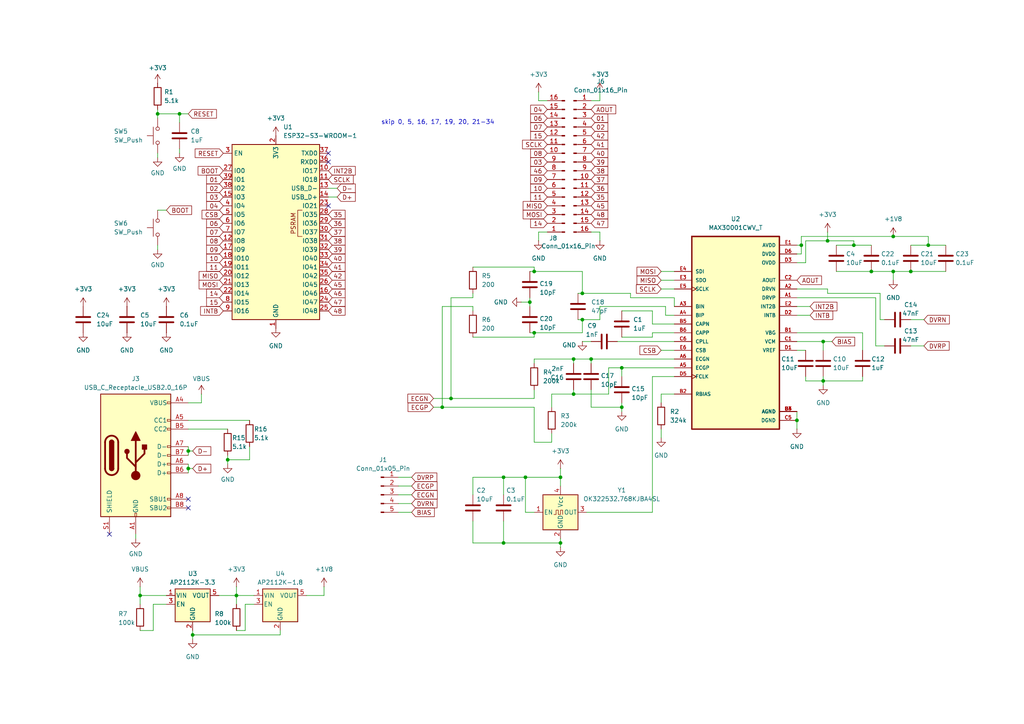
<source format=kicad_sch>
(kicad_sch (version 20250114) (generator "eeschema") (generator_version "9.0")
  (paper "A4")
  (text "skip 0, 5, 16, 17, 19, 20, 21-34" (at 127 35.56 0) (effects (font (size 1.27 1.27))))
  (junction (at 45.72 33.02))
  (junction (at 166.37 104.14))
  (junction (at 232.41 71.12))
  (junction (at 130.81 115.57))
  (junction (at 152.4 138.43))
  (junction (at 55.88 184.15))
  (junction (at 146.05 138.43))
  (junction (at 52.07 33.02))
  (junction (at 264.16 78.74))
  (junction (at 269.24 71.12))
  (junction (at 231.14 121.92))
  (junction (at 154.94 96.52))
  (junction (at 238.76 99.06))
  (junction (at 259.08 78.74))
  (junction (at 40.64 172.72))
  (junction (at 252.73 78.74))
  (junction (at 247.65 71.12))
  (junction (at 171.45 104.14))
  (junction (at 54.61 135.89))
  (junction (at 146.05 157.48))
  (junction (at 154.94 78.74))
  (junction (at 66.04 133.35))
  (junction (at 162.56 138.43))
  (junction (at 162.56 157.48))
  (junction (at 54.61 130.81))
  (junction (at 128.27 118.11))
  (junction (at 180.34 106.68))
  (junction (at 153.67 87.63))
  (junction (at 166.37 114.3))
  (junction (at 68.58 172.72))
  (junction (at 180.34 118.11))
  (junction (at 168.91 92.71))
  (junction (at 168.91 85.09))
  (junction (at 259.08 68.58))
  (junction (at 238.76 110.49))
  (junction (at 240.03 69.85))
  (no_connect (at 95.25 59.69))
  (no_connect (at 54.61 144.78))
  (no_connect (at 31.75 154.94))
  (no_connect (at 95.25 44.45))
  (no_connect (at 95.25 46.99))
  (no_connect (at 54.61 147.32))
  (wire (pts (xy 44.45 182.88) (xy 40.64 182.88)))
  (wire (pts (xy 54.61 130.81) (xy 55.88 130.81)))
  (wire (pts (xy 162.56 135.89) (xy 162.56 138.43)))
  (wire (pts (xy 45.72 60.96) (xy 48.26 60.96)))
  (wire (pts (xy 171.45 118.11) (xy 180.34 118.11)))
  (wire (pts (xy 231.14 119.38) (xy 231.14 121.92)))
  (wire (pts (xy 119.38 146.05) (xy 115.57 146.05)))
  (wire (pts (xy 154.94 118.11) (xy 128.27 118.11)))
  (wire (pts (xy 158.75 67.31) (xy 156.21 67.31)))
  (wire (pts (xy 232.41 68.58) (xy 259.08 68.58)))
  (wire (pts (xy 66.04 133.35) (xy 66.04 132.08)))
  (wire (pts (xy 189.23 109.22) (xy 195.58 109.22)))
  (wire (pts (xy 137.16 97.79) (xy 154.94 97.79)))
  (wire (pts (xy 173.99 92.71) (xy 168.91 92.71)))
  (wire (pts (xy 255.27 92.71) (xy 256.54 92.71)))
  (wire (pts (xy 193.04 91.44) (xy 193.04 88.9)))
  (wire (pts (xy 146.05 138.43) (xy 152.4 138.43)))
  (wire (pts (xy 68.58 182.88) (xy 71.12 182.88)))
  (wire (pts (xy 162.56 138.43) (xy 162.56 140.97)))
  (wire (pts (xy 119.38 138.43) (xy 115.57 138.43)))
  (wire (pts (xy 160.02 114.3) (xy 166.37 114.3)))
  (wire (pts (xy 191.77 83.82) (xy 195.58 83.82)))
  (wire (pts (xy 156.21 67.31) (xy 156.21 69.85)))
  (wire (pts (xy 167.64 85.09) (xy 168.91 85.09)))
  (wire (pts (xy 238.76 99.06) (xy 241.3 99.06)))
  (wire (pts (xy 191.77 116.84) (xy 191.77 114.3)))
  (wire (pts (xy 154.94 104.14) (xy 166.37 104.14)))
  (wire (pts (xy 45.72 72.39) (xy 45.72 71.12)))
  (wire (pts (xy 171.45 105.41) (xy 171.45 104.14)))
  (wire (pts (xy 63.5 172.72) (xy 68.58 172.72)))
  (wire (pts (xy 242.57 78.74) (xy 252.73 78.74)))
  (wire (pts (xy 45.72 33.02) (xy 52.07 33.02)))
  (wire (pts (xy 269.24 71.12) (xy 274.32 71.12)))
  (wire (pts (xy 191.77 124.46) (xy 191.77 127)))
  (wire (pts (xy 195.58 91.44) (xy 193.04 91.44)))
  (wire (pts (xy 137.16 138.43) (xy 146.05 138.43)))
  (wire (pts (xy 137.16 157.48) (xy 146.05 157.48)))
  (wire (pts (xy 156.21 26.67) (xy 156.21 29.21)))
  (wire (pts (xy 40.64 172.72) (xy 48.26 172.72)))
  (wire (pts (xy 58.42 114.3) (xy 58.42 116.84)))
  (wire (pts (xy 233.68 69.85) (xy 240.03 69.85)))
  (wire (pts (xy 45.72 45.72) (xy 45.72 44.45)))
  (wire (pts (xy 168.91 96.52) (xy 168.91 92.71)))
  (wire (pts (xy 264.16 92.71) (xy 267.97 92.71)))
  (wire (pts (xy 166.37 104.14) (xy 166.37 105.41)))
  (wire (pts (xy 264.16 100.33) (xy 267.97 100.33)))
  (wire (pts (xy 238.76 110.49) (xy 238.76 111.76)))
  (wire (pts (xy 250.19 110.49) (xy 238.76 110.49)))
  (wire (pts (xy 153.67 86.36) (xy 153.67 87.63)))
  (wire (pts (xy 162.56 157.48) (xy 162.56 158.75)))
  (wire (pts (xy 154.94 78.74) (xy 168.91 78.74)))
  (wire (pts (xy 128.27 88.9) (xy 128.27 118.11)))
  (wire (pts (xy 40.64 170.18) (xy 40.64 172.72)))
  (wire (pts (xy 54.61 134.62) (xy 54.61 135.89)))
  (wire (pts (xy 162.56 156.21) (xy 162.56 157.48)))
  (wire (pts (xy 168.91 85.09) (xy 182.88 85.09)))
  (wire (pts (xy 39.37 156.21) (xy 39.37 154.94)))
  (wire (pts (xy 240.03 85.09) (xy 255.27 85.09)))
  (wire (pts (xy 48.26 175.26) (xy 44.45 175.26)))
  (wire (pts (xy 269.24 68.58) (xy 269.24 71.12)))
  (wire (pts (xy 231.14 101.6) (xy 233.68 101.6)))
  (wire (pts (xy 130.81 86.36) (xy 130.81 115.57)))
  (wire (pts (xy 158.75 29.21) (xy 156.21 29.21)))
  (wire (pts (xy 233.68 109.22) (xy 233.68 110.49)))
  (wire (pts (xy 166.37 104.14) (xy 171.45 104.14)))
  (wire (pts (xy 189.23 93.98) (xy 189.23 90.17)))
  (wire (pts (xy 137.16 151.13) (xy 137.16 157.48)))
  (wire (pts (xy 54.61 135.89) (xy 55.88 135.89)))
  (wire (pts (xy 153.67 78.74) (xy 154.94 78.74)))
  (wire (pts (xy 119.38 148.59) (xy 115.57 148.59)))
  (wire (pts (xy 252.73 78.74) (xy 259.08 78.74)))
  (wire (pts (xy 119.38 143.51) (xy 115.57 143.51)))
  (wire (pts (xy 137.16 88.9) (xy 137.16 90.17)))
  (wire (pts (xy 154.94 148.59) (xy 152.4 148.59)))
  (wire (pts (xy 168.91 99.06) (xy 171.45 99.06)))
  (wire (pts (xy 137.16 86.36) (xy 137.16 85.09)))
  (wire (pts (xy 264.16 78.74) (xy 274.32 78.74)))
  (wire (pts (xy 151.13 87.63) (xy 153.67 87.63)))
  (wire (pts (xy 254 86.36) (xy 254 100.33)))
  (wire (pts (xy 231.14 91.44) (xy 234.95 91.44)))
  (wire (pts (xy 45.72 31.75) (xy 45.72 33.02)))
  (wire (pts (xy 160.02 128.27) (xy 160.02 125.73)))
  (wire (pts (xy 68.58 172.72) (xy 73.66 172.72)))
  (wire (pts (xy 152.4 138.43) (xy 162.56 138.43)))
  (wire (pts (xy 154.94 115.57) (xy 154.94 113.03)))
  (wire (pts (xy 232.41 71.12) (xy 231.14 71.12)))
  (wire (pts (xy 52.07 44.45) (xy 52.07 43.18)))
  (wire (pts (xy 173.99 67.31) (xy 173.99 69.85)))
  (wire (pts (xy 264.16 71.12) (xy 269.24 71.12)))
  (wire (pts (xy 130.81 115.57) (xy 154.94 115.57)))
  (wire (pts (xy 168.91 92.71) (xy 167.64 92.71)))
  (wire (pts (xy 170.18 148.59) (xy 189.23 148.59)))
  (wire (pts (xy 240.03 69.85) (xy 247.65 69.85)))
  (wire (pts (xy 130.81 86.36) (xy 137.16 86.36)))
  (wire (pts (xy 189.23 96.52) (xy 189.23 97.79)))
  (wire (pts (xy 40.64 175.26) (xy 40.64 172.72)))
  (wire (pts (xy 250.19 96.52) (xy 250.19 101.6)))
  (wire (pts (xy 128.27 118.11) (xy 125.73 118.11)))
  (wire (pts (xy 52.07 33.02) (xy 52.07 35.56)))
  (wire (pts (xy 176.53 114.3) (xy 176.53 106.68)))
  (wire (pts (xy 137.16 143.51) (xy 137.16 138.43)))
  (wire (pts (xy 191.77 81.28) (xy 195.58 81.28)))
  (wire (pts (xy 154.94 128.27) (xy 154.94 118.11)))
  (wire (pts (xy 154.94 128.27) (xy 160.02 128.27)))
  (wire (pts (xy 259.08 81.28) (xy 259.08 78.74)))
  (wire (pts (xy 180.34 118.11) (xy 180.34 119.38)))
  (wire (pts (xy 72.39 133.35) (xy 66.04 133.35)))
  (wire (pts (xy 52.07 33.02) (xy 54.61 33.02)))
  (wire (pts (xy 231.14 76.2) (xy 233.68 76.2)))
  (wire (pts (xy 166.37 113.03) (xy 166.37 114.3)))
  (wire (pts (xy 250.19 109.22) (xy 250.19 110.49)))
  (wire (pts (xy 153.67 96.52) (xy 154.94 96.52)))
  (wire (pts (xy 180.34 116.84) (xy 180.34 118.11)))
  (wire (pts (xy 54.61 135.89) (xy 54.61 137.16)))
  (wire (pts (xy 233.68 76.2) (xy 233.68 69.85)))
  (wire (pts (xy 238.76 109.22) (xy 238.76 110.49)))
  (wire (pts (xy 137.16 77.47) (xy 154.94 77.47)))
  (wire (pts (xy 182.88 86.36) (xy 195.58 86.36)))
  (wire (pts (xy 191.77 114.3) (xy 195.58 114.3)))
  (wire (pts (xy 95.25 54.61) (xy 97.79 54.61)))
  (wire (pts (xy 232.41 73.66) (xy 232.41 71.12)))
  (wire (pts (xy 182.88 85.09) (xy 182.88 86.36)))
  (wire (pts (xy 68.58 170.18) (xy 68.58 172.72)))
  (wire (pts (xy 231.14 96.52) (xy 250.19 96.52)))
  (wire (pts (xy 119.38 140.97) (xy 115.57 140.97)))
  (wire (pts (xy 232.41 68.58) (xy 232.41 71.12)))
  (wire (pts (xy 231.14 83.82) (xy 240.03 83.82)))
  (wire (pts (xy 146.05 157.48) (xy 162.56 157.48)))
  (wire (pts (xy 154.94 105.41) (xy 154.94 104.14)))
  (wire (pts (xy 81.28 182.88) (xy 81.28 184.15)))
  (wire (pts (xy 231.14 99.06) (xy 238.76 99.06)))
  (wire (pts (xy 193.04 88.9) (xy 173.99 88.9)))
  (wire (pts (xy 242.57 71.12) (xy 247.65 71.12)))
  (wire (pts (xy 189.23 97.79) (xy 180.34 97.79)))
  (wire (pts (xy 189.23 148.59) (xy 189.23 109.22)))
  (wire (pts (xy 247.65 71.12) (xy 252.73 71.12)))
  (wire (pts (xy 154.94 77.47) (xy 154.94 78.74)))
  (wire (pts (xy 125.73 115.57) (xy 130.81 115.57)))
  (wire (pts (xy 55.88 182.88) (xy 55.88 184.15)))
  (wire (pts (xy 153.67 87.63) (xy 153.67 88.9)))
  (wire (pts (xy 55.88 184.15) (xy 55.88 185.42)))
  (wire (pts (xy 180.34 106.68) (xy 180.34 109.22)))
  (wire (pts (xy 88.9 172.72) (xy 93.98 172.72)))
  (wire (pts (xy 93.98 170.18) (xy 93.98 172.72)))
  (wire (pts (xy 259.08 78.74) (xy 264.16 78.74)))
  (wire (pts (xy 81.28 184.15) (xy 55.88 184.15)))
  (wire (pts (xy 240.03 83.82) (xy 240.03 85.09)))
  (wire (pts (xy 171.45 29.21) (xy 173.99 29.21)))
  (wire (pts (xy 152.4 148.59) (xy 152.4 138.43)))
  (wire (pts (xy 166.37 114.3) (xy 176.53 114.3)))
  (wire (pts (xy 231.14 86.36) (xy 254 86.36)))
  (wire (pts (xy 95.25 57.15) (xy 97.79 57.15)))
  (wire (pts (xy 66.04 134.62) (xy 66.04 133.35)))
  (wire (pts (xy 171.45 104.14) (xy 195.58 104.14)))
  (wire (pts (xy 240.03 67.31) (xy 240.03 69.85)))
  (wire (pts (xy 254 100.33) (xy 256.54 100.33)))
  (wire (pts (xy 146.05 143.51) (xy 146.05 138.43)))
  (wire (pts (xy 176.53 106.68) (xy 180.34 106.68)))
  (wire (pts (xy 195.58 96.52) (xy 189.23 96.52)))
  (wire (pts (xy 160.02 114.3) (xy 160.02 118.11)))
  (wire (pts (xy 195.58 93.98) (xy 189.23 93.98)))
  (wire (pts (xy 45.72 34.29) (xy 45.72 33.02)))
  (wire (pts (xy 231.14 88.9) (xy 234.95 88.9)))
  (wire (pts (xy 247.65 69.85) (xy 247.65 71.12)))
  (wire (pts (xy 259.08 68.58) (xy 269.24 68.58)))
  (wire (pts (xy 72.39 129.54) (xy 72.39 133.35)))
  (wire (pts (xy 54.61 124.46) (xy 66.04 124.46)))
  (wire (pts (xy 171.45 113.03) (xy 171.45 118.11)))
  (wire (pts (xy 179.07 99.06) (xy 195.58 99.06)))
  (wire (pts (xy 173.99 26.67) (xy 173.99 29.21)))
  (wire (pts (xy 54.61 129.54) (xy 54.61 130.81)))
  (wire (pts (xy 233.68 110.49) (xy 238.76 110.49)))
  (wire (pts (xy 71.12 175.26) (xy 73.66 175.26)))
  (wire (pts (xy 44.45 175.26) (xy 44.45 182.88)))
  (wire (pts (xy 255.27 85.09) (xy 255.27 92.71)))
  (wire (pts (xy 68.58 172.72) (xy 68.58 175.26)))
  (wire (pts (xy 189.23 90.17) (xy 180.34 90.17)))
  (wire (pts (xy 146.05 151.13) (xy 146.05 157.48)))
  (wire (pts (xy 168.91 78.74) (xy 168.91 85.09)))
  (wire (pts (xy 173.99 88.9) (xy 173.99 92.71)))
  (wire (pts (xy 71.12 182.88) (xy 71.12 175.26)))
  (wire (pts (xy 154.94 97.79) (xy 154.94 96.52)))
  (wire (pts (xy 231.14 121.92) (xy 231.14 124.46)))
  (wire (pts (xy 238.76 99.06) (xy 238.76 101.6)))
  (wire (pts (xy 54.61 121.92) (xy 72.39 121.92)))
  (wire (pts (xy 154.94 96.52) (xy 168.91 96.52)))
  (wire (pts (xy 195.58 86.36) (xy 195.58 88.9)))
  (wire (pts (xy 58.42 116.84) (xy 54.61 116.84)))
  (wire (pts (xy 231.14 73.66) (xy 232.41 73.66)))
  (wire (pts (xy 191.77 101.6) (xy 195.58 101.6)))
  (wire (pts (xy 191.77 78.74) (xy 195.58 78.74)))
  (wire (pts (xy 54.61 130.81) (xy 54.61 132.08)))
  (wire (pts (xy 171.45 67.31) (xy 173.99 67.31)))
  (wire (pts (xy 180.34 106.68) (xy 195.58 106.68)))
  (wire (pts (xy 128.27 88.9) (xy 137.16 88.9)))
  (global_label "D-" (shape input) (at 55.88 130.81 0) (property "Intersheetrefs" "${INTERSHEET_REFS}" (effects (hide yes))))
  (global_label "09" (shape input) (at 158.75 52.07 180) (property "Intersheetrefs" "${INTERSHEET_REFS}" (effects (hide yes))))
  (global_label "36" (shape input) (at 171.45 54.61 0) (property "Intersheetrefs" "${INTERSHEET_REFS}" (effects (hide yes))))
  (global_label "08" (shape input) (at 64.77 69.85 180) (property "Intersheetrefs" "${INTERSHEET_REFS}" (effects (hide yes))))
  (global_label "ECGP" (shape input) (at 125.73 118.11 180) (property "Intersheetrefs" "${INTERSHEET_REFS}" (effects (hide yes))))
  (global_label "INT2B" (shape input) (at 95.25 49.53 0) (property "Intersheetrefs" "${INTERSHEET_REFS}" (effects (hide yes))))
  (global_label "RESET" (shape input) (at 64.77 44.45 180) (property "Intersheetrefs" "${INTERSHEET_REFS}" (effects (hide yes))))
  (global_label "AOUT" (shape input) (at 231.14 81.28 0) (property "Intersheetrefs" "${INTERSHEET_REFS}" (effects (hide yes))))
  (global_label "04" (shape input) (at 64.77 59.69 180) (property "Intersheetrefs" "${INTERSHEET_REFS}" (effects (hide yes))))
  (global_label "DVRP" (shape input) (at 119.38 138.43 0) (property "Intersheetrefs" "${INTERSHEET_REFS}" (effects (hide yes))))
  (global_label "MISO" (shape input) (at 191.77 81.28 180) (property "Intersheetrefs" "${INTERSHEET_REFS}" (effects (hide yes))))
  (global_label "37" (shape input) (at 171.45 52.07 0) (property "Intersheetrefs" "${INTERSHEET_REFS}" (effects (hide yes))))
  (global_label "35" (shape input) (at 171.45 57.15 0) (property "Intersheetrefs" "${INTERSHEET_REFS}" (effects (hide yes))))
  (global_label "39" (shape input) (at 171.45 46.99 0) (property "Intersheetrefs" "${INTERSHEET_REFS}" (effects (hide yes))))
  (global_label "MOSI" (shape input) (at 158.75 62.23 180) (property "Intersheetrefs" "${INTERSHEET_REFS}" (effects (hide yes))))
  (global_label "ECGP" (shape input) (at 119.38 140.97 0) (property "Intersheetrefs" "${INTERSHEET_REFS}" (effects (hide yes))))
  (global_label "15" (shape input) (at 158.75 39.37 180) (property "Intersheetrefs" "${INTERSHEET_REFS}" (effects (hide yes))))
  (global_label "BOOT" (shape input) (at 48.26 60.96 0) (property "Intersheetrefs" "${INTERSHEET_REFS}" (effects (hide yes))))
  (global_label "36" (shape input) (at 95.25 64.77 0) (property "Intersheetrefs" "${INTERSHEET_REFS}" (effects (hide yes))))
  (global_label "10" (shape input) (at 64.77 74.93 180) (property "Intersheetrefs" "${INTERSHEET_REFS}" (effects (hide yes))))
  (global_label "INTB" (shape input) (at 64.77 90.17 180) (property "Intersheetrefs" "${INTERSHEET_REFS}" (effects (hide yes))))
  (global_label "D+" (shape input) (at 55.88 135.89 0) (property "Intersheetrefs" "${INTERSHEET_REFS}" (effects (hide yes))))
  (global_label "11" (shape input) (at 158.75 57.15 180) (property "Intersheetrefs" "${INTERSHEET_REFS}" (effects (hide yes))))
  (global_label "37" (shape input) (at 95.25 67.31 0) (property "Intersheetrefs" "${INTERSHEET_REFS}" (effects (hide yes))))
  (global_label "02" (shape input) (at 171.45 36.83 0) (property "Intersheetrefs" "${INTERSHEET_REFS}" (effects (hide yes))))
  (global_label "02" (shape input) (at 64.77 54.61 180) (property "Intersheetrefs" "${INTERSHEET_REFS}" (effects (hide yes))))
  (global_label "41" (shape input) (at 171.45 41.91 0) (property "Intersheetrefs" "${INTERSHEET_REFS}" (effects (hide yes))))
  (global_label "40" (shape input) (at 171.45 44.45 0) (property "Intersheetrefs" "${INTERSHEET_REFS}" (effects (hide yes))))
  (global_label "42" (shape input) (at 95.25 80.01 0) (property "Intersheetrefs" "${INTERSHEET_REFS}" (effects (hide yes))))
  (global_label "MOSI" (shape input) (at 191.77 78.74 180) (property "Intersheetrefs" "${INTERSHEET_REFS}" (effects (hide yes))))
  (global_label "38" (shape input) (at 171.45 49.53 0) (property "Intersheetrefs" "${INTERSHEET_REFS}" (effects (hide yes))))
  (global_label "45" (shape input) (at 171.45 59.69 0) (property "Intersheetrefs" "${INTERSHEET_REFS}" (effects (hide yes))))
  (global_label "48" (shape input) (at 171.45 62.23 0) (property "Intersheetrefs" "${INTERSHEET_REFS}" (effects (hide yes))))
  (global_label "46" (shape input) (at 158.75 49.53 180) (property "Intersheetrefs" "${INTERSHEET_REFS}" (effects (hide yes))))
  (global_label "42" (shape input) (at 171.45 39.37 0) (property "Intersheetrefs" "${INTERSHEET_REFS}" (effects (hide yes))))
  (global_label "DVRP" (shape input) (at 267.97 100.33 0) (property "Intersheetrefs" "${INTERSHEET_REFS}" (effects (hide yes))))
  (global_label "RESET" (shape input) (at 54.61 33.02 0) (property "Intersheetrefs" "${INTERSHEET_REFS}" (effects (hide yes))))
  (global_label "ECGN" (shape input) (at 125.73 115.57 180) (property "Intersheetrefs" "${INTERSHEET_REFS}" (effects (hide yes))))
  (global_label "INTB" (shape input) (at 234.95 91.44 0) (property "Intersheetrefs" "${INTERSHEET_REFS}" (effects (hide yes))))
  (global_label "39" (shape input) (at 95.25 72.39 0) (property "Intersheetrefs" "${INTERSHEET_REFS}" (effects (hide yes))))
  (global_label "BIAS" (shape input) (at 119.38 148.59 0) (property "Intersheetrefs" "${INTERSHEET_REFS}" (effects (hide yes))))
  (global_label "SCLK" (shape input) (at 191.77 83.82 180) (property "Intersheetrefs" "${INTERSHEET_REFS}" (effects (hide yes))))
  (global_label "14" (shape input) (at 158.75 64.77 180) (property "Intersheetrefs" "${INTERSHEET_REFS}" (effects (hide yes))))
  (global_label "03" (shape input) (at 64.77 57.15 180) (property "Intersheetrefs" "${INTERSHEET_REFS}" (effects (hide yes))))
  (global_label "SCLK" (shape input) (at 158.75 41.91 180) (property "Intersheetrefs" "${INTERSHEET_REFS}" (effects (hide yes))))
  (global_label "06" (shape input) (at 158.75 34.29 180) (property "Intersheetrefs" "${INTERSHEET_REFS}" (effects (hide yes))))
  (global_label "ECGN" (shape input) (at 119.38 143.51 0) (property "Intersheetrefs" "${INTERSHEET_REFS}" (effects (hide yes))))
  (global_label "01" (shape input) (at 171.45 34.29 0) (property "Intersheetrefs" "${INTERSHEET_REFS}" (effects (hide yes))))
  (global_label "INT2B" (shape input) (at 234.95 88.9 0) (property "Intersheetrefs" "${INTERSHEET_REFS}" (effects (hide yes))))
  (global_label "03" (shape input) (at 158.75 46.99 180) (property "Intersheetrefs" "${INTERSHEET_REFS}" (effects (hide yes))))
  (global_label "07" (shape input) (at 64.77 67.31 180) (property "Intersheetrefs" "${INTERSHEET_REFS}" (effects (hide yes))))
  (global_label "14" (shape input) (at 64.77 85.09 180) (property "Intersheetrefs" "${INTERSHEET_REFS}" (effects (hide yes))))
  (global_label "40" (shape input) (at 95.25 74.93 0) (property "Intersheetrefs" "${INTERSHEET_REFS}" (effects (hide yes))))
  (global_label "01" (shape input) (at 64.77 52.07 180) (property "Intersheetrefs" "${INTERSHEET_REFS}" (effects (hide yes))))
  (global_label "06" (shape input) (at 64.77 64.77 180) (property "Intersheetrefs" "${INTERSHEET_REFS}" (effects (hide yes))))
  (global_label "15" (shape input) (at 64.77 87.63 180) (property "Intersheetrefs" "${INTERSHEET_REFS}" (effects (hide yes))))
  (global_label "MOSI" (shape input) (at 64.77 82.55 180) (property "Intersheetrefs" "${INTERSHEET_REFS}" (effects (hide yes))))
  (global_label "DVRN" (shape input) (at 267.97 92.71 0) (property "Intersheetrefs" "${INTERSHEET_REFS}" (effects (hide yes))))
  (global_label "11" (shape input) (at 64.77 77.47 180) (property "Intersheetrefs" "${INTERSHEET_REFS}" (effects (hide yes))))
  (global_label "46" (shape input) (at 95.25 85.09 0) (property "Intersheetrefs" "${INTERSHEET_REFS}" (effects (hide yes))))
  (global_label "45" (shape input) (at 95.25 82.55 0) (property "Intersheetrefs" "${INTERSHEET_REFS}" (effects (hide yes))))
  (global_label "SCLK" (shape input) (at 95.25 52.07 0) (property "Intersheetrefs" "${INTERSHEET_REFS}" (effects (hide yes))))
  (global_label "MISO" (shape input) (at 64.77 80.01 180) (property "Intersheetrefs" "${INTERSHEET_REFS}" (effects (hide yes))))
  (global_label "48" (shape input) (at 95.25 90.17 0) (property "Intersheetrefs" "${INTERSHEET_REFS}" (effects (hide yes))))
  (global_label "10" (shape input) (at 158.75 54.61 180) (property "Intersheetrefs" "${INTERSHEET_REFS}" (effects (hide yes))))
  (global_label "D+" (shape input) (at 97.79 57.15 0) (property "Intersheetrefs" "${INTERSHEET_REFS}" (effects (hide yes))))
  (global_label "BOOT" (shape input) (at 64.77 49.53 180) (property "Intersheetrefs" "${INTERSHEET_REFS}" (effects (hide yes))))
  (global_label "09" (shape input) (at 64.77 72.39 180) (property "Intersheetrefs" "${INTERSHEET_REFS}" (effects (hide yes))))
  (global_label "07" (shape input) (at 158.75 36.83 180) (property "Intersheetrefs" "${INTERSHEET_REFS}" (effects (hide yes))))
  (global_label "MISO" (shape input) (at 158.75 59.69 180) (property "Intersheetrefs" "${INTERSHEET_REFS}" (effects (hide yes))))
  (global_label "41" (shape input) (at 95.25 77.47 0) (property "Intersheetrefs" "${INTERSHEET_REFS}" (effects (hide yes))))
  (global_label "DVRN" (shape input) (at 119.38 146.05 0) (property "Intersheetrefs" "${INTERSHEET_REFS}" (effects (hide yes))))
  (global_label "38" (shape input) (at 95.25 69.85 0) (property "Intersheetrefs" "${INTERSHEET_REFS}" (effects (hide yes))))
  (global_label "47" (shape input) (at 95.25 87.63 0) (property "Intersheetrefs" "${INTERSHEET_REFS}" (effects (hide yes))))
  (global_label "D-" (shape input) (at 97.79 54.61 0) (property "Intersheetrefs" "${INTERSHEET_REFS}" (effects (hide yes))))
  (global_label "47" (shape input) (at 171.45 64.77 0) (property "Intersheetrefs" "${INTERSHEET_REFS}" (effects (hide yes))))
  (global_label "AOUT" (shape input) (at 171.45 31.75 0) (property "Intersheetrefs" "${INTERSHEET_REFS}" (effects (hide yes))))
  (global_label "BIAS" (shape input) (at 241.3 99.06 0) (property "Intersheetrefs" "${INTERSHEET_REFS}" (effects (hide yes))))
  (global_label "CSB" (shape input) (at 64.77 62.23 180) (property "Intersheetrefs" "${INTERSHEET_REFS}" (effects (hide yes))))
  (global_label "CSB" (shape input) (at 191.77 101.6 180) (property "Intersheetrefs" "${INTERSHEET_REFS}" (effects (hide yes))))
  (global_label "04" (shape input) (at 158.75 31.75 180) (property "Intersheetrefs" "${INTERSHEET_REFS}" (effects (hide yes))))
  (global_label "35" (shape input) (at 95.25 62.23 0) (property "Intersheetrefs" "${INTERSHEET_REFS}" (effects (hide yes))))
  (global_label "08" (shape input) (at 158.75 44.45 180) (property "Intersheetrefs" "${INTERSHEET_REFS}" (effects (hide yes))))
  (symbol (lib_id "Device:C") (at 260.35 100.33 90) (unit 1)
    (property "Reference" "C13" (at 264.16 96.012 90))
    (property "Value" "47nF" (at 264.16 98.552 90))
    (property "Footprint" "Capacitor_SMD:C_0805_2012Metric" (effects (hide yes)))
    (property "Description" "Unpolarized capacitor" (effects (hide yes)))
  )
  (symbol (lib_id "Device:C") (at 175.26 99.06 90) (unit 1)
    (property "Reference" "C9" (at 171.704 94.488 90))
    (property "Value" "1nF" (at 171.704 97.028 90))
    (property "Footprint" "Capacitor_SMD:C_0805_2012Metric" (effects (hide yes)))
    (property "Description" "Unpolarized capacitor" (effects (hide yes)))
  )
  (symbol (lib_id "Device:C") (at 146.05 147.32 0) (unit 1)
    (property "Reference" "C3" (at 146.812 142.24 0) (effects (justify left)))
    (property "Value" "0.1uF" (at 146.812 144.78 0) (effects (justify left)))
    (property "Footprint" "Capacitor_SMD:C_0805_2012Metric" (effects (hide yes)))
    (property "Description" "Unpolarized capacitor" (effects (hide yes)))
  )
  (symbol (lib_id "Connector:Conn_01x05_Pin") (at 110.49 143.51 0) (unit 1)
    (property "Reference" "J1" (at 111.125 133.35 0))
    (property "Value" "Conn_01x05_Pin" (at 111.125 135.89 0))
    (property "Footprint" "Connector_PinHeader_2.54mm:PinHeader_1x05_P2.54mm_Vertical" (effects (hide yes)))
    (property "Description" "Generic connector, single row, 01x05, script generated" (effects (hide yes)))
  )
  (symbol (lib_id "power:+3V3") (at 156.21 26.67 0) (unit 1)
    (property "Reference" "#PWR031" (effects (hide yes)))
    (property "Value" "+3V3" (at 156.21 21.59 0))
    (property "Description" "Power symbol creates a global label with name \"+3V3\"" (effects (hide yes)))
  )
  (symbol (lib_id "Device:C") (at 250.19 105.41 0) (unit 1)
    (property "Reference" "C12" (at 252.73 104.14 0) (effects (justify left)))
    (property "Value" "1uF" (at 252.73 106.68 0) (effects (justify left)))
    (property "Footprint" "Capacitor_SMD:C_0805_2012Metric" (effects (hide yes)))
    (property "Description" "Unpolarized capacitor" (effects (hide yes)))
  )
  (symbol (lib_name "GND_13") (lib_id "power:GND") (at 156.21 69.85 0) (unit 1)
    (property "Reference" "#PWR033" (effects (hide yes)))
    (property "Value" "GND" (at 156.21 74.93 0))
    (property "Description" "Power symbol creates a global label with name \"GND\" , ground" (effects (hide yes)))
  )
  (symbol (lib_id "Device:C") (at 264.16 74.93 0) (unit 1)
    (property "Reference" "C21" (at 266.954 73.66 0) (effects (justify left)))
    (property "Value" "10uF" (at 266.954 76.2 0) (effects (justify left)))
    (property "Footprint" "Capacitor_SMD:C_0805_2012Metric" (effects (hide yes)))
    (property "Description" "Unpolarized capacitor" (effects (hide yes)))
  )
  (symbol (lib_id "Device:C") (at 233.68 105.41 0) (unit 1)
    (property "Reference" "C11" (at 226.568 104.14 0) (effects (justify left)))
    (property "Value" "10uF" (at 226.568 106.68 0) (effects (justify left)))
    (property "Footprint" "Capacitor_SMD:C_0805_2012Metric" (effects (hide yes)))
    (property "Description" "Unpolarized capacitor" (effects (hide yes)))
  )
  (symbol (lib_name "GND_4") (lib_id "power:GND") (at 231.14 124.46 0) (unit 1)
    (property "Reference" "#PWR07" (effects (hide yes)))
    (property "Value" "GND" (at 231.14 129.54 0))
    (property "Description" "Power symbol creates a global label with name \"GND\" , ground" (effects (hide yes)))
  )
  (symbol (lib_name "GND_8") (lib_id "power:GND") (at 191.77 127 0) (unit 1)
    (property "Reference" "#PWR08" (effects (hide yes)))
    (property "Value" "GND" (at 191.77 132.08 0))
    (property "Description" "Power symbol creates a global label with name \"GND\" , ground" (effects (hide yes)))
  )
  (symbol (lib_name "GND_9") (lib_id "power:GND") (at 238.76 111.76 0) (unit 1)
    (property "Reference" "#PWR09" (effects (hide yes)))
    (property "Value" "GND" (at 238.76 116.84 0))
    (property "Description" "Power symbol creates a global label with name \"GND\" , ground" (effects (hide yes)))
  )
  (symbol (lib_id "Device:R") (at 137.16 93.98 0) (unit 1)
    (property "Reference" "R6" (at 139.7 92.7099 0) (effects (justify left)))
    (property "Value" "200" (at 139.7 95.2499 0) (effects (justify left)))
    (property "Footprint" "Resistor_SMD:R_0805_2012Metric" (effects (hide yes)))
    (property "Description" "Resistor" (effects (hide yes)))
  )
  (symbol (lib_id "Device:C") (at 252.73 74.93 0) (unit 1)
    (property "Reference" "C22" (at 255.524 73.66 0) (effects (justify left)))
    (property "Value" "0.1uF" (at 255.524 76.2 0) (effects (justify left)))
    (property "Footprint" "Capacitor_SMD:C_0805_2012Metric" (effects (hide yes)))
    (property "Description" "Unpolarized capacitor" (effects (hide yes)))
  )
  (symbol (lib_id "power:+3V3") (at 36.83 88.9 0) (unit 1)
    (property "Reference" "#PWR018" (effects (hide yes)))
    (property "Value" "+3V3" (at 36.83 83.82 0))
    (property "Description" "Power symbol creates a global label with name \"+3V3\"" (effects (hide yes)))
  )
  (symbol (lib_id "Device:R") (at 160.02 121.92 0) (unit 1)
    (property "Reference" "R3" (at 162.56 120.6499 0) (effects (justify left)))
    (property "Value" "200k" (at 162.56 123.1899 0) (effects (justify left)))
    (property "Footprint" "Resistor_SMD:R_0805_2012Metric" (effects (hide yes)))
    (property "Description" "Resistor" (effects (hide yes)))
  )
  (symbol (lib_id "Device:R") (at 45.72 27.94 0) (unit 1)
    (property "Reference" "R1" (at 47.625 26.67 0) (effects (justify left)))
    (property "Value" "5.1k" (at 47.625 29.21 0) (effects (justify left)))
    (property "Footprint" "Resistor_SMD:R_0805_2012Metric" (effects (hide yes)))
  )
  (symbol (lib_id "Device:C") (at 242.57 74.93 0) (unit 1)
    (property "Reference" "C4" (at 245.364 73.66 0) (effects (justify left)))
    (property "Value" "10uF" (at 245.364 76.2 0) (effects (justify left)))
    (property "Footprint" "Capacitor_SMD:C_0805_2012Metric" (effects (hide yes)))
    (property "Description" "Unpolarized capacitor" (effects (hide yes)))
  )
  (symbol (lib_id "Regulator_Linear:AP2112K-3.3") (at 55.88 175.26 0) (unit 1)
    (property "Reference" "U3" (at 55.88 166.37 0))
    (property "Value" "AP2112K-3.3" (at 55.88 168.91 0))
    (property "Footprint" "Package_TO_SOT_SMD:SOT-23-5" (effects (hide yes)))
    (property "Datasheet" "https://www.diodes.com/assets/Datasheets/AP2112.pdf" (effects (hide yes)))
    (property "Description" "600mA low dropout linear regulator, with enable pin, 3.8V-6V input voltage range, 3.3V fixed positive output, SOT-23-5" (effects (hide yes)))
  )
  (symbol (lib_id "Device:C") (at 180.34 113.03 0) (unit 1)
    (property "Reference" "C15" (at 183.134 112.776 0) (effects (justify left)))
    (property "Value" "10pF" (at 183.134 115.316 0) (effects (justify left)))
    (property "Footprint" "Capacitor_SMD:C_0805_2012Metric" (effects (hide yes)))
    (property "Description" "Unpolarized capacitor" (effects (hide yes)))
  )
  (symbol (lib_id "Device:C") (at 166.37 109.22 180) (unit 1)
    (property "Reference" "C16" (at 163.576 109.474 0) (effects (justify left)))
    (property "Value" "2nF" (at 163.576 106.934 0) (effects (justify left)))
    (property "Footprint" "Capacitor_SMD:C_0805_2012Metric" (effects (hide yes)))
    (property "Description" "Unpolarized capacitor" (effects (hide yes)))
  )
  (symbol (lib_id "Device:C") (at 153.67 92.71 0) (unit 1)
    (property "Reference" "C20" (at 156.464 92.456 0) (effects (justify left)))
    (property "Value" "10pF" (at 156.464 94.996 0) (effects (justify left)))
    (property "Footprint" "Capacitor_SMD:C_0805_2012Metric" (effects (hide yes)))
    (property "Description" "Unpolarized capacitor" (effects (hide yes)))
  )
  (symbol (lib_id "Connector:USB_C_Receptacle_USB2.0_16P") (at 39.37 132.08 0) (unit 1)
    (property "Reference" "J3" (at 39.37 109.855 0))
    (property "Value" "USB_C_Receptacle_USB2.0_16P" (at 39.37 112.395 0))
    (property "Footprint" "Connector_USB:USB_C_Receptacle_GCT_USB4085" (effects (hide yes)))
    (property "Datasheet" "https://www.usb.org/sites/default/files/documents/usb_type-c.zip" (effects (hide yes)))
  )
  (symbol (lib_id "Device:C") (at 24.13 92.71 0) (unit 1)
    (property "Reference" "C24" (at 27.94 91.4399 0) (effects (justify left)))
    (property "Value" "10uF" (at 27.94 93.9799 0) (effects (justify left)))
    (property "Footprint" "Capacitor_SMD:C_0805_2012Metric" (effects (hide yes)))
    (property "Description" "Unpolarized capacitor" (effects (hide yes)))
  )
  (symbol (lib_id "power:+3V3") (at 240.03 67.31 0) (unit 1)
    (property "Reference" "#PWR028" (effects (hide yes)))
    (property "Value" "+3V3" (at 240.03 62.23 0))
    (property "Description" "Power symbol creates a global label with name \"+3V3\"" (effects (hide yes)))
  )
  (symbol (lib_id "power:GND") (at 45.72 72.39 0) (unit 1)
    (property "Reference" "#PWR024" (effects (hide yes)))
    (property "Value" "GND" (at 45.72 76.835 0))
  )
  (symbol (lib_id "power:GND") (at 66.04 134.62 0) (unit 1)
    (property "Reference" "#PWR050" (effects (hide yes)))
    (property "Value" "GND" (at 66.04 139.065 0))
  )
  (symbol (lib_id "Device:C") (at 171.45 109.22 0) (unit 1)
    (property "Reference" "C17" (at 174.244 108.966 0) (effects (justify left)))
    (property "Value" "10pF" (at 174.244 111.506 0) (effects (justify left)))
    (property "Footprint" "Capacitor_SMD:C_0805_2012Metric" (effects (hide yes)))
    (property "Description" "Unpolarized capacitor" (effects (hide yes)))
  )
  (symbol (lib_id "power:+3V3") (at 68.58 170.18 0) (unit 1)
    (property "Reference" "#PWR010" (effects (hide yes)))
    (property "Value" "+3V3" (at 68.58 165.1 0))
    (property "Description" "Power symbol creates a global label with name \"+3V3\"" (effects (hide yes)))
  )
  (symbol (lib_name "GND_11") (lib_id "power:GND") (at 151.13 87.63 270) (unit 1)
    (property "Reference" "#PWR026" (effects (hide yes)))
    (property "Value" "GND" (at 147.32 87.6299 90) (effects (justify right)))
    (property "Description" "Power symbol creates a global label with name \"GND\" , ground" (effects (hide yes)))
  )
  (symbol (lib_id "Device:C") (at 238.76 105.41 0) (unit 1)
    (property "Reference" "C10" (at 241.554 104.14 0) (effects (justify left)))
    (property "Value" "10uF" (at 241.554 106.68 0) (effects (justify left)))
    (property "Footprint" "Capacitor_SMD:C_0805_2012Metric" (effects (hide yes)))
    (property "Description" "Unpolarized capacitor" (effects (hide yes)))
  )
  (symbol (lib_id "Device:C") (at 260.35 92.71 90) (unit 1)
    (property "Reference" "C14" (at 264.16 88.392 90))
    (property "Value" "47nF" (at 264.16 90.932 90))
    (property "Footprint" "Capacitor_SMD:C_0805_2012Metric" (effects (hide yes)))
    (property "Description" "Unpolarized capacitor" (effects (hide yes)))
  )
  (symbol (lib_id "Device:R") (at 68.58 179.07 0) (unit 1)
    (property "Reference" "R8" (at 62.23 178.054 0) (effects (justify left)))
    (property "Value" "100k" (at 62.23 180.594 0) (effects (justify left)))
    (property "Footprint" "Resistor_SMD:R_0805_2012Metric" (effects (hide yes)))
    (property "Description" "Resistor" (effects (hide yes)))
  )
  (symbol (lib_id "power:+3V3") (at 173.99 26.67 0) (unit 1)
    (property "Reference" "#PWR034" (effects (hide yes)))
    (property "Value" "+3V3" (at 173.99 21.59 0))
    (property "Description" "Power symbol creates a global label with name \"+3V3\"" (effects (hide yes)))
  )
  (symbol (lib_name "GND_12") (lib_id "power:GND") (at 173.99 69.85 0) (unit 1)
    (property "Reference" "#PWR032" (effects (hide yes)))
    (property "Value" "GND" (at 173.99 74.93 0))
    (property "Description" "Power symbol creates a global label with name \"GND\" , ground" (effects (hide yes)))
  )
  (symbol (lib_id "power:GND") (at 39.37 156.21 0) (unit 1)
    (property "Reference" "#PWR051" (effects (hide yes)))
    (property "Value" "GND" (at 39.37 160.655 0))
  )
  (symbol (lib_id "power:GND") (at 52.07 44.45 0) (unit 1)
    (property "Reference" "#PWR025" (effects (hide yes)))
    (property "Value" "GND" (at 52.07 48.895 0))
  )
  (symbol (lib_name "GND_7") (lib_id "power:GND") (at 259.08 81.28 0) (unit 1)
    (property "Reference" "#PWR06" (effects (hide yes)))
    (property "Value" "GND" (at 259.08 86.36 0))
    (property "Description" "Power symbol creates a global label with name \"GND\" , ground" (effects (hide yes)))
  )
  (symbol (lib_id "power:GND") (at 45.72 45.72 0) (unit 1)
    (property "Reference" "#PWR016" (effects (hide yes)))
    (property "Value" "GND" (at 45.72 50.165 0))
  )
  (symbol (lib_name "GND_6") (lib_id "power:GND") (at 80.01 95.25 0) (unit 1)
    (property "Reference" "#PWR013" (effects (hide yes)))
    (property "Value" "GND" (at 80.01 100.33 0))
    (property "Description" "Power symbol creates a global label with name \"GND\" , ground" (effects (hide yes)))
  )
  (symbol (lib_id "power:VBUS") (at 58.42 114.3 0) (unit 1)
    (property "Reference" "#PWR048" (effects (hide yes)))
    (property "Value" "VBUS" (at 58.42 109.855 0))
  )
  (symbol (lib_id "Device:C") (at 274.32 74.93 0) (unit 1)
    (property "Reference" "C23" (at 277.114 73.66 0) (effects (justify left)))
    (property "Value" "0.1uF" (at 277.114 76.2 0) (effects (justify left)))
    (property "Footprint" "Capacitor_SMD:C_0805_2012Metric" (effects (hide yes)))
    (property "Description" "Unpolarized capacitor" (effects (hide yes)))
  )
  (symbol (lib_name "GND_1") (lib_id "power:GND") (at 36.83 96.52 0) (unit 1)
    (property "Reference" "#PWR019" (effects (hide yes)))
    (property "Value" "GND" (at 36.83 101.6 0))
    (property "Description" "Power symbol creates a global label with name \"GND\" , ground" (effects (hide yes)))
  )
  (symbol (lib_id "Device:C") (at 48.26 92.71 0) (unit 1)
    (property "Reference" "C6" (at 52.07 91.4399 0) (effects (justify left)))
    (property "Value" "0.1uF" (at 52.07 93.9799 0) (effects (justify left)))
    (property "Footprint" "Capacitor_SMD:C_0805_2012Metric" (effects (hide yes)))
    (property "Description" "Unpolarized capacitor" (effects (hide yes)))
  )
  (symbol (lib_id "Device:C") (at 167.64 88.9 0) (unit 1)
    (property "Reference" "C18" (at 171.45 87.6299 0) (effects (justify left)))
    (property "Value" "47pF" (at 171.45 90.1699 0) (effects (justify left)))
    (property "Footprint" "Capacitor_SMD:C_0805_2012Metric" (effects (hide yes)))
    (property "Description" "Unpolarized capacitor" (effects (hide yes)))
  )
  (symbol (lib_id "Device:C") (at 153.67 82.55 0) (unit 1)
    (property "Reference" "C19" (at 156.464 82.296 0) (effects (justify left)))
    (property "Value" "10pF" (at 156.464 84.836 0) (effects (justify left)))
    (property "Footprint" "Capacitor_SMD:C_0805_2012Metric" (effects (hide yes)))
    (property "Description" "Unpolarized capacitor" (effects (hide yes)))
  )
  (symbol (lib_id "power:+1V8") (at 259.08 68.58 0) (unit 1)
    (property "Reference" "#PWR027" (effects (hide yes)))
    (property "Value" "+1V8" (at 259.08 63.5 0))
    (property "Description" "Power symbol creates a global label with name \"+1V8\"" (effects (hide yes)))
  )
  (symbol (lib_id "power:+3V3") (at 24.13 88.9 0) (unit 1)
    (property "Reference" "#PWR02" (effects (hide yes)))
    (property "Value" "+3V3" (at 24.13 83.82 0))
    (property "Description" "Power symbol creates a global label with name \"+3V3\"" (effects (hide yes)))
  )
  (symbol (lib_id "power:+1V8") (at 93.98 170.18 0) (unit 1)
    (property "Reference" "#PWR014" (effects (hide yes)))
    (property "Value" "+1V8" (at 93.98 165.1 0))
    (property "Description" "Power symbol creates a global label with name \"+1V8\"" (effects (hide yes)))
  )
  (symbol (lib_id "power:+3V3") (at 45.72 24.13 0) (unit 1)
    (property "Reference" "#PWR015" (effects (hide yes)))
    (property "Value" "+3V3" (at 45.72 19.685 0))
  )
  (symbol (lib_name "GND_3") (lib_id "power:GND") (at 162.56 158.75 0) (unit 1)
    (property "Reference" "#PWR05" (effects (hide yes)))
    (property "Value" "GND" (at 162.56 163.83 0))
    (property "Description" "Power symbol creates a global label with name \"GND\" , ground" (effects (hide yes)))
  )
  (symbol (lib_id "Switch:SW_Push") (at 45.72 39.37 90) (unit 1)
    (property "Reference" "SW5" (at 33.02 38.1 90) (effects (justify right)))
    (property "Value" "SW_Push" (at 33.02 40.64 90) (effects (justify right)))
    (property "Footprint" "Button_Switch_SMD:SW_Push_1P1T_NO_CK_KSC6xxJ" (effects (hide yes)))
  )
  (symbol (lib_id "Sensor:MAX30001CWV_T") (at 213.36 96.52 0) (unit 1)
    (property "Reference" "U2" (at 213.36 63.5 0))
    (property "Value" "MAX30001CWV_T" (at 213.36 66.04 0))
    (property "Footprint" "footprints:BGA30N50P5X6_274X292X69N" (effects (hide yes)))
    (property "Description" "Biopotential AFE 30-WLP _2.74x2.93_" (effects (hide yes)))
    (property "MF" "Analog Devices" (effects (hide yes)))
    (property "PACKAGE" "WLP-30 Maxim" (effects (hide yes)))
    (property "PRICE" "None" (effects (hide yes)))
    (property "Package" "WLP-30 Maxim" (effects (hide yes)))
    (property "Check_prices" "https://www.snapeda.com/parts/MAX30001CWV+T/Analog+Devices/view-part/?ref=eda" (effects (hide yes)))
    (property "Price" "None" (effects (hide yes)))
    (property "SnapEDA_Link" "https://www.snapeda.com/parts/MAX30001CWV+T/Analog+Devices/view-part/?ref=snap" (effects (hide yes)))
    (property "MP" "MAX30001CWV+T" (effects (hide yes)))
    (property "Availability" "In Stock" (effects (hide yes)))
    (property "AVAILABILITY" "Unavailable" (effects (hide yes)))
    (property "Description_1" "Ultra-Low-Power, Single-Channel IntegratedBiopotential (ECG, R-to-R, and Pace Detection)and Bioimpedance (BioZ) AFE" (effects (hide yes)))
  )
  (symbol (lib_id "power:+3V3") (at 48.26 88.9 0) (unit 1)
    (property "Reference" "#PWR020" (effects (hide yes)))
    (property "Value" "+3V3" (at 48.26 83.82 0))
    (property "Description" "Power symbol creates a global label with name \"+3V3\"" (effects (hide yes)))
  )
  (symbol (lib_name "GND_1") (lib_id "power:GND") (at 24.13 96.52 0) (unit 1)
    (property "Reference" "#PWR029" (effects (hide yes)))
    (property "Value" "GND" (at 24.13 101.6 0))
    (property "Description" "Power symbol creates a global label with name \"GND\" , ground" (effects (hide yes)))
  )
  (symbol (lib_id "Device:C") (at 137.16 147.32 0) (unit 1)
    (property "Reference" "C2" (at 138.176 142.24 0) (effects (justify left)))
    (property "Value" "10uF" (at 138.176 144.78 0) (effects (justify left)))
    (property "Footprint" "Capacitor_SMD:C_0805_2012Metric" (effects (hide yes)))
    (property "Description" "Unpolarized capacitor" (effects (hide yes)))
  )
  (symbol (lib_id "Switch:SW_Push") (at 45.72 66.04 90) (unit 1)
    (property "Reference" "SW6" (at 33.02 64.77 90) (effects (justify right)))
    (property "Value" "SW_Push" (at 33.02 67.31 90) (effects (justify right)))
    (property "Footprint" "Button_Switch_SMD:SW_Push_1P1T_NO_CK_KSC6xxJ" (effects (hide yes)))
  )
  (symbol (lib_id "Regulator_Linear:AP2112K-1.8") (at 81.28 175.26 0) (unit 1)
    (property "Reference" "U4" (at 81.28 166.37 0))
    (property "Value" "AP2112K-1.8" (at 81.28 168.91 0))
    (property "Footprint" "Package_TO_SOT_SMD:SOT-23-5" (effects (hide yes)))
    (property "Datasheet" "https://www.diodes.com/assets/Datasheets/AP2112.pdf" (effects (hide yes)))
    (property "Description" "600mA low dropout linear regulator, with enable pin, 2.5V-6V input voltage range, 1.8V fixed positive output, SOT-23-5" (effects (hide yes)))
  )
  (symbol (lib_name "GND_1") (lib_id "power:GND") (at 48.26 96.52 0) (unit 1)
    (property "Reference" "#PWR021" (effects (hide yes)))
    (property "Value" "GND" (at 48.26 101.6 0))
    (property "Description" "Power symbol creates a global label with name \"GND\" , ground" (effects (hide yes)))
  )
  (symbol (lib_id "Device:C") (at 36.83 92.71 0) (unit 1)
    (property "Reference" "C5" (at 40.64 91.4399 0) (effects (justify left)))
    (property "Value" "10uF" (at 40.64 93.9799 0) (effects (justify left)))
    (property "Footprint" "Capacitor_SMD:C_0805_2012Metric" (effects (hide yes)))
    (property "Description" "Unpolarized capacitor" (effects (hide yes)))
  )
  (symbol (lib_id "Device:R") (at 72.39 125.73 0) (unit 1)
    (property "Reference" "R16" (at 73.66 124.46 0) (effects (justify left)))
    (property "Value" "5.1k" (at 73.66 127 0) (effects (justify left)))
    (property "Footprint" "Resistor_SMD:R_0805_2012Metric" (effects (hide yes)))
  )
  (symbol (lib_name "GND_10") (lib_id "power:GND") (at 180.34 119.38 0) (unit 1)
    (property "Reference" "#PWR017" (effects (hide yes)))
    (property "Value" "GND" (at 180.34 124.46 0))
    (property "Description" "Power symbol creates a global label with name \"GND\" , ground" (effects (hide yes)))
  )
  (symbol (lib_name "GND_2") (lib_id "power:GND") (at 168.91 99.06 0) (unit 1)
    (property "Reference" "#PWR03" (effects (hide yes)))
    (property "Value" "GND" (at 165.1 100.076 0))
    (property "Description" "Power symbol creates a global label with name \"GND\" , ground" (effects (hide yes)))
  )
  (symbol (lib_id "RF_Module:ESP32-S3-WROOM-1") (at 80.01 67.31 0) (unit 1)
    (property "Reference" "U1" (at 82.1533 36.83 0) (effects (justify left)))
    (property "Value" "ESP32-S3-WROOM-1" (at 82.1533 39.37 0) (effects (justify left)))
    (property "Footprint" "RF_Module:ESP32-S3-WROOM-1" (effects (hide yes)))
    (property "Datasheet" "https://www.espressif.com/sites/default/files/documentation/esp32-s3-wroom-1_wroom-1u_datasheet_en.pdf" (effects (hide yes)))
    (property "Description" "RF Module, ESP32-S3 SoC, Wi-Fi 802.11b/g/n, Bluetooth, BLE, 32-bit, 3.3V, onboard antenna, SMD" (effects (hide yes)))
  )
  (symbol (lib_id "power:+3V3") (at 162.56 135.89 0) (unit 1)
    (property "Reference" "#PWR04" (effects (hide yes)))
    (property "Value" "+3V3" (at 162.56 130.81 0))
    (property "Description" "Power symbol creates a global label with name \"+3V3\"" (effects (hide yes)))
  )
  (symbol (lib_id "Device:R") (at 66.04 128.27 0) (unit 1)
    (property "Reference" "R15" (at 67.31 127 0) (effects (justify left)))
    (property "Value" "5.1k" (at 67.31 129.54 0) (effects (justify left)))
    (property "Footprint" "Resistor_SMD:R_0805_2012Metric" (effects (hide yes)))
  )
  (symbol (lib_id "Device:C") (at 52.07 39.37 0) (unit 1)
    (property "Reference" "C8" (at 55.245 38.1 0) (effects (justify left)))
    (property "Value" "1uF" (at 55.245 40.64 0) (effects (justify left)))
    (property "Footprint" "Capacitor_SMD:C_0805_2012Metric" (effects (hide yes)))
  )
  (symbol (lib_id "Connector:Conn_01x16_Pin") (at 163.83 49.53 180) (unit 1)
    (property "Reference" "J8" (at 159.258 69.088 0) (effects (justify right)))
    (property "Value" "Conn_01x16_Pin" (at 156.972 71.374 0) (effects (justify right)))
    (property "Footprint" "Connector_PinHeader_2.54mm:PinHeader_1x16_P2.54mm_Vertical" (effects (hide yes)))
    (property "Description" "Generic connector, single row, 01x16, script generated" (effects (hide yes)))
  )
  (symbol (lib_id "Device:R") (at 40.64 179.07 0) (unit 1)
    (property "Reference" "R7" (at 34.29 178.054 0) (effects (justify left)))
    (property "Value" "100k" (at 34.29 180.594 0) (effects (justify left)))
    (property "Footprint" "Resistor_SMD:R_0805_2012Metric" (effects (hide yes)))
    (property "Description" "Resistor" (effects (hide yes)))
  )
  (symbol (lib_id "Oscillator:OK322532.768KJBA4SL") (at 162.56 148.59 0) (unit 1)
    (property "Reference" "Y1" (at 180.34 142.1698 0))
    (property "Value" "OK322532.768KJBA4SL" (at 180.34 144.7098 0))
    (property "Footprint" "Crystal:Crystal_SMD_3225-4Pin_3.2x2.5mm" (effects (hide yes)))
    (property "Datasheet" "http://cdn-reichelt.de/documents/datenblatt/B400/OSZI.pdf" (effects (hide yes)))
    (property "Description" "Crystal Clock Oscillator, DIP8-style metal package" (effects (hide yes)))
  )
  (symbol (lib_id "power:+3V3") (at 80.01 39.37 0) (unit 1)
    (property "Reference" "#PWR012" (effects (hide yes)))
    (property "Value" "+3V3" (at 80.01 34.29 0))
    (property "Description" "Power symbol creates a global label with name \"+3V3\"" (effects (hide yes)))
  )
  (symbol (lib_id "Device:R") (at 191.77 120.65 0) (unit 1)
    (property "Reference" "R2" (at 194.31 119.3799 0) (effects (justify left)))
    (property "Value" "324k" (at 194.31 121.9199 0) (effects (justify left)))
    (property "Footprint" "Resistor_SMD:R_0805_2012Metric" (effects (hide yes)))
    (property "Description" "Resistor" (effects (hide yes)))
  )
  (symbol (lib_id "Connector:Conn_01x16_Pin") (at 166.37 46.99 0) (unit 1)
    (property "Reference" "J6" (at 174.244 23.622 0))
    (property "Value" "Conn_01x16_Pin" (at 174.244 26.162 0))
    (property "Footprint" "Connector_PinHeader_2.54mm:PinHeader_1x16_P2.54mm_Vertical" (effects (hide yes)))
    (property "Description" "Generic connector, single row, 01x16, script generated" (effects (hide yes)))
  )
  (symbol (lib_id "power:VBUS") (at 40.64 170.18 0) (unit 1)
    (property "Reference" "#PWR01" (effects (hide yes)))
    (property "Value" "VBUS" (at 40.64 165.1 0))
    (property "Description" "Power symbol creates a global label with name \"VBUS\"" (effects (hide yes)))
  )
  (symbol (lib_name "GND_5") (lib_id "power:GND") (at 55.88 185.42 0) (unit 1)
    (property "Reference" "#PWR011" (effects (hide yes)))
    (property "Value" "GND" (at 55.88 190.5 0))
    (property "Description" "Power symbol creates a global label with name \"GND\" , ground" (effects (hide yes)))
  )
  (symbol (lib_id "Device:R") (at 154.94 109.22 0) (unit 1)
    (property "Reference" "R4" (at 157.48 107.9499 0) (effects (justify left)))
    (property "Value" "200k" (at 157.48 110.4899 0) (effects (justify left)))
    (property "Footprint" "Resistor_SMD:R_0805_2012Metric" (effects (hide yes)))
    (property "Description" "Resistor" (effects (hide yes)))
  )
  (symbol (lib_id "Device:R") (at 137.16 81.28 0) (unit 1)
    (property "Reference" "R5" (at 139.7 80.0099 0) (effects (justify left)))
    (property "Value" "200" (at 139.7 82.5499 0) (effects (justify left)))
    (property "Footprint" "Resistor_SMD:R_0805_2012Metric" (effects (hide yes)))
    (property "Description" "Resistor" (effects (hide yes)))
  )
  (symbol (lib_id "Device:C") (at 180.34 93.98 0) (unit 1)
    (property "Reference" "C1" (at 183.642 92.71 0) (effects (justify left)))
    (property "Value" "1uF" (at 183.642 95.25 0) (effects (justify left)))
    (property "Footprint" "Capacitor_SMD:C_0805_2012Metric" (effects (hide yes)))
    (property "Description" "Unpolarized capacitor" (effects (hide yes)))
  )
)
</source>
